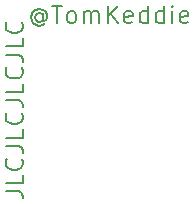
<source format=gto>
G04 #@! TF.GenerationSoftware,KiCad,Pcbnew,8.0.5-1.fc40*
G04 #@! TF.CreationDate,2024-11-04T14:35:02-08:00*
G04 #@! TF.ProjectId,baggage-label-blank,62616767-6167-4652-9d6c-6162656c2d62,rev?*
G04 #@! TF.SameCoordinates,Original*
G04 #@! TF.FileFunction,Legend,Top*
G04 #@! TF.FilePolarity,Positive*
%FSLAX46Y46*%
G04 Gerber Fmt 4.6, Leading zero omitted, Abs format (unit mm)*
G04 Created by KiCad (PCBNEW 8.0.5-1.fc40) date 2024-11-04 14:35:02*
%MOMM*%
%LPD*%
G01*
G04 APERTURE LIST*
%ADD10C,0.150000*%
G04 APERTURE END LIST*
D10*
X51186128Y-66928571D02*
X52257557Y-66928571D01*
X52257557Y-66928571D02*
X52471842Y-67000000D01*
X52471842Y-67000000D02*
X52614700Y-67142857D01*
X52614700Y-67142857D02*
X52686128Y-67357143D01*
X52686128Y-67357143D02*
X52686128Y-67500000D01*
X52686128Y-65500000D02*
X52686128Y-66214286D01*
X52686128Y-66214286D02*
X51186128Y-66214286D01*
X52543271Y-64142857D02*
X52614700Y-64214285D01*
X52614700Y-64214285D02*
X52686128Y-64428571D01*
X52686128Y-64428571D02*
X52686128Y-64571428D01*
X52686128Y-64571428D02*
X52614700Y-64785714D01*
X52614700Y-64785714D02*
X52471842Y-64928571D01*
X52471842Y-64928571D02*
X52328985Y-65000000D01*
X52328985Y-65000000D02*
X52043271Y-65071428D01*
X52043271Y-65071428D02*
X51828985Y-65071428D01*
X51828985Y-65071428D02*
X51543271Y-65000000D01*
X51543271Y-65000000D02*
X51400414Y-64928571D01*
X51400414Y-64928571D02*
X51257557Y-64785714D01*
X51257557Y-64785714D02*
X51186128Y-64571428D01*
X51186128Y-64571428D02*
X51186128Y-64428571D01*
X51186128Y-64428571D02*
X51257557Y-64214285D01*
X51257557Y-64214285D02*
X51328985Y-64142857D01*
X51186128Y-63071428D02*
X52257557Y-63071428D01*
X52257557Y-63071428D02*
X52471842Y-63142857D01*
X52471842Y-63142857D02*
X52614700Y-63285714D01*
X52614700Y-63285714D02*
X52686128Y-63500000D01*
X52686128Y-63500000D02*
X52686128Y-63642857D01*
X52686128Y-61642857D02*
X52686128Y-62357143D01*
X52686128Y-62357143D02*
X51186128Y-62357143D01*
X52543271Y-60285714D02*
X52614700Y-60357142D01*
X52614700Y-60357142D02*
X52686128Y-60571428D01*
X52686128Y-60571428D02*
X52686128Y-60714285D01*
X52686128Y-60714285D02*
X52614700Y-60928571D01*
X52614700Y-60928571D02*
X52471842Y-61071428D01*
X52471842Y-61071428D02*
X52328985Y-61142857D01*
X52328985Y-61142857D02*
X52043271Y-61214285D01*
X52043271Y-61214285D02*
X51828985Y-61214285D01*
X51828985Y-61214285D02*
X51543271Y-61142857D01*
X51543271Y-61142857D02*
X51400414Y-61071428D01*
X51400414Y-61071428D02*
X51257557Y-60928571D01*
X51257557Y-60928571D02*
X51186128Y-60714285D01*
X51186128Y-60714285D02*
X51186128Y-60571428D01*
X51186128Y-60571428D02*
X51257557Y-60357142D01*
X51257557Y-60357142D02*
X51328985Y-60285714D01*
X51186128Y-59214285D02*
X52257557Y-59214285D01*
X52257557Y-59214285D02*
X52471842Y-59285714D01*
X52471842Y-59285714D02*
X52614700Y-59428571D01*
X52614700Y-59428571D02*
X52686128Y-59642857D01*
X52686128Y-59642857D02*
X52686128Y-59785714D01*
X52686128Y-57785714D02*
X52686128Y-58500000D01*
X52686128Y-58500000D02*
X51186128Y-58500000D01*
X52543271Y-56428571D02*
X52614700Y-56499999D01*
X52614700Y-56499999D02*
X52686128Y-56714285D01*
X52686128Y-56714285D02*
X52686128Y-56857142D01*
X52686128Y-56857142D02*
X52614700Y-57071428D01*
X52614700Y-57071428D02*
X52471842Y-57214285D01*
X52471842Y-57214285D02*
X52328985Y-57285714D01*
X52328985Y-57285714D02*
X52043271Y-57357142D01*
X52043271Y-57357142D02*
X51828985Y-57357142D01*
X51828985Y-57357142D02*
X51543271Y-57285714D01*
X51543271Y-57285714D02*
X51400414Y-57214285D01*
X51400414Y-57214285D02*
X51257557Y-57071428D01*
X51257557Y-57071428D02*
X51186128Y-56857142D01*
X51186128Y-56857142D02*
X51186128Y-56714285D01*
X51186128Y-56714285D02*
X51257557Y-56499999D01*
X51257557Y-56499999D02*
X51328985Y-56428571D01*
X51186128Y-55357142D02*
X52257557Y-55357142D01*
X52257557Y-55357142D02*
X52471842Y-55428571D01*
X52471842Y-55428571D02*
X52614700Y-55571428D01*
X52614700Y-55571428D02*
X52686128Y-55785714D01*
X52686128Y-55785714D02*
X52686128Y-55928571D01*
X52686128Y-53928571D02*
X52686128Y-54642857D01*
X52686128Y-54642857D02*
X51186128Y-54642857D01*
X52543271Y-52571428D02*
X52614700Y-52642856D01*
X52614700Y-52642856D02*
X52686128Y-52857142D01*
X52686128Y-52857142D02*
X52686128Y-52999999D01*
X52686128Y-52999999D02*
X52614700Y-53214285D01*
X52614700Y-53214285D02*
X52471842Y-53357142D01*
X52471842Y-53357142D02*
X52328985Y-53428571D01*
X52328985Y-53428571D02*
X52043271Y-53499999D01*
X52043271Y-53499999D02*
X51828985Y-53499999D01*
X51828985Y-53499999D02*
X51543271Y-53428571D01*
X51543271Y-53428571D02*
X51400414Y-53357142D01*
X51400414Y-53357142D02*
X51257557Y-53214285D01*
X51257557Y-53214285D02*
X51186128Y-52999999D01*
X51186128Y-52999999D02*
X51186128Y-52857142D01*
X51186128Y-52857142D02*
X51257557Y-52642856D01*
X51257557Y-52642856D02*
X51328985Y-52571428D01*
X54321429Y-51971842D02*
X54250000Y-51900414D01*
X54250000Y-51900414D02*
X54107143Y-51828985D01*
X54107143Y-51828985D02*
X53964286Y-51828985D01*
X53964286Y-51828985D02*
X53821429Y-51900414D01*
X53821429Y-51900414D02*
X53750000Y-51971842D01*
X53750000Y-51971842D02*
X53678572Y-52114700D01*
X53678572Y-52114700D02*
X53678572Y-52257557D01*
X53678572Y-52257557D02*
X53750000Y-52400414D01*
X53750000Y-52400414D02*
X53821429Y-52471842D01*
X53821429Y-52471842D02*
X53964286Y-52543271D01*
X53964286Y-52543271D02*
X54107143Y-52543271D01*
X54107143Y-52543271D02*
X54250000Y-52471842D01*
X54250000Y-52471842D02*
X54321429Y-52400414D01*
X54321429Y-51828985D02*
X54321429Y-52400414D01*
X54321429Y-52400414D02*
X54392857Y-52471842D01*
X54392857Y-52471842D02*
X54464286Y-52471842D01*
X54464286Y-52471842D02*
X54607143Y-52400414D01*
X54607143Y-52400414D02*
X54678572Y-52257557D01*
X54678572Y-52257557D02*
X54678572Y-51900414D01*
X54678572Y-51900414D02*
X54535715Y-51686128D01*
X54535715Y-51686128D02*
X54321429Y-51543271D01*
X54321429Y-51543271D02*
X54035715Y-51471842D01*
X54035715Y-51471842D02*
X53750000Y-51543271D01*
X53750000Y-51543271D02*
X53535715Y-51686128D01*
X53535715Y-51686128D02*
X53392857Y-51900414D01*
X53392857Y-51900414D02*
X53321429Y-52186128D01*
X53321429Y-52186128D02*
X53392857Y-52471842D01*
X53392857Y-52471842D02*
X53535715Y-52686128D01*
X53535715Y-52686128D02*
X53750000Y-52828985D01*
X53750000Y-52828985D02*
X54035715Y-52900414D01*
X54035715Y-52900414D02*
X54321429Y-52828985D01*
X54321429Y-52828985D02*
X54535715Y-52686128D01*
X55107143Y-51186128D02*
X55964286Y-51186128D01*
X55535714Y-52686128D02*
X55535714Y-51186128D01*
X56678571Y-52686128D02*
X56535714Y-52614700D01*
X56535714Y-52614700D02*
X56464285Y-52543271D01*
X56464285Y-52543271D02*
X56392857Y-52400414D01*
X56392857Y-52400414D02*
X56392857Y-51971842D01*
X56392857Y-51971842D02*
X56464285Y-51828985D01*
X56464285Y-51828985D02*
X56535714Y-51757557D01*
X56535714Y-51757557D02*
X56678571Y-51686128D01*
X56678571Y-51686128D02*
X56892857Y-51686128D01*
X56892857Y-51686128D02*
X57035714Y-51757557D01*
X57035714Y-51757557D02*
X57107143Y-51828985D01*
X57107143Y-51828985D02*
X57178571Y-51971842D01*
X57178571Y-51971842D02*
X57178571Y-52400414D01*
X57178571Y-52400414D02*
X57107143Y-52543271D01*
X57107143Y-52543271D02*
X57035714Y-52614700D01*
X57035714Y-52614700D02*
X56892857Y-52686128D01*
X56892857Y-52686128D02*
X56678571Y-52686128D01*
X57821428Y-52686128D02*
X57821428Y-51686128D01*
X57821428Y-51828985D02*
X57892857Y-51757557D01*
X57892857Y-51757557D02*
X58035714Y-51686128D01*
X58035714Y-51686128D02*
X58250000Y-51686128D01*
X58250000Y-51686128D02*
X58392857Y-51757557D01*
X58392857Y-51757557D02*
X58464286Y-51900414D01*
X58464286Y-51900414D02*
X58464286Y-52686128D01*
X58464286Y-51900414D02*
X58535714Y-51757557D01*
X58535714Y-51757557D02*
X58678571Y-51686128D01*
X58678571Y-51686128D02*
X58892857Y-51686128D01*
X58892857Y-51686128D02*
X59035714Y-51757557D01*
X59035714Y-51757557D02*
X59107143Y-51900414D01*
X59107143Y-51900414D02*
X59107143Y-52686128D01*
X59821428Y-52686128D02*
X59821428Y-51186128D01*
X60678571Y-52686128D02*
X60035714Y-51828985D01*
X60678571Y-51186128D02*
X59821428Y-52043271D01*
X61892857Y-52614700D02*
X61750000Y-52686128D01*
X61750000Y-52686128D02*
X61464286Y-52686128D01*
X61464286Y-52686128D02*
X61321428Y-52614700D01*
X61321428Y-52614700D02*
X61250000Y-52471842D01*
X61250000Y-52471842D02*
X61250000Y-51900414D01*
X61250000Y-51900414D02*
X61321428Y-51757557D01*
X61321428Y-51757557D02*
X61464286Y-51686128D01*
X61464286Y-51686128D02*
X61750000Y-51686128D01*
X61750000Y-51686128D02*
X61892857Y-51757557D01*
X61892857Y-51757557D02*
X61964286Y-51900414D01*
X61964286Y-51900414D02*
X61964286Y-52043271D01*
X61964286Y-52043271D02*
X61250000Y-52186128D01*
X63250000Y-52686128D02*
X63250000Y-51186128D01*
X63250000Y-52614700D02*
X63107142Y-52686128D01*
X63107142Y-52686128D02*
X62821428Y-52686128D01*
X62821428Y-52686128D02*
X62678571Y-52614700D01*
X62678571Y-52614700D02*
X62607142Y-52543271D01*
X62607142Y-52543271D02*
X62535714Y-52400414D01*
X62535714Y-52400414D02*
X62535714Y-51971842D01*
X62535714Y-51971842D02*
X62607142Y-51828985D01*
X62607142Y-51828985D02*
X62678571Y-51757557D01*
X62678571Y-51757557D02*
X62821428Y-51686128D01*
X62821428Y-51686128D02*
X63107142Y-51686128D01*
X63107142Y-51686128D02*
X63250000Y-51757557D01*
X64607143Y-52686128D02*
X64607143Y-51186128D01*
X64607143Y-52614700D02*
X64464285Y-52686128D01*
X64464285Y-52686128D02*
X64178571Y-52686128D01*
X64178571Y-52686128D02*
X64035714Y-52614700D01*
X64035714Y-52614700D02*
X63964285Y-52543271D01*
X63964285Y-52543271D02*
X63892857Y-52400414D01*
X63892857Y-52400414D02*
X63892857Y-51971842D01*
X63892857Y-51971842D02*
X63964285Y-51828985D01*
X63964285Y-51828985D02*
X64035714Y-51757557D01*
X64035714Y-51757557D02*
X64178571Y-51686128D01*
X64178571Y-51686128D02*
X64464285Y-51686128D01*
X64464285Y-51686128D02*
X64607143Y-51757557D01*
X65321428Y-52686128D02*
X65321428Y-51686128D01*
X65321428Y-51186128D02*
X65250000Y-51257557D01*
X65250000Y-51257557D02*
X65321428Y-51328985D01*
X65321428Y-51328985D02*
X65392857Y-51257557D01*
X65392857Y-51257557D02*
X65321428Y-51186128D01*
X65321428Y-51186128D02*
X65321428Y-51328985D01*
X66607143Y-52614700D02*
X66464286Y-52686128D01*
X66464286Y-52686128D02*
X66178572Y-52686128D01*
X66178572Y-52686128D02*
X66035714Y-52614700D01*
X66035714Y-52614700D02*
X65964286Y-52471842D01*
X65964286Y-52471842D02*
X65964286Y-51900414D01*
X65964286Y-51900414D02*
X66035714Y-51757557D01*
X66035714Y-51757557D02*
X66178572Y-51686128D01*
X66178572Y-51686128D02*
X66464286Y-51686128D01*
X66464286Y-51686128D02*
X66607143Y-51757557D01*
X66607143Y-51757557D02*
X66678572Y-51900414D01*
X66678572Y-51900414D02*
X66678572Y-52043271D01*
X66678572Y-52043271D02*
X65964286Y-52186128D01*
M02*

</source>
